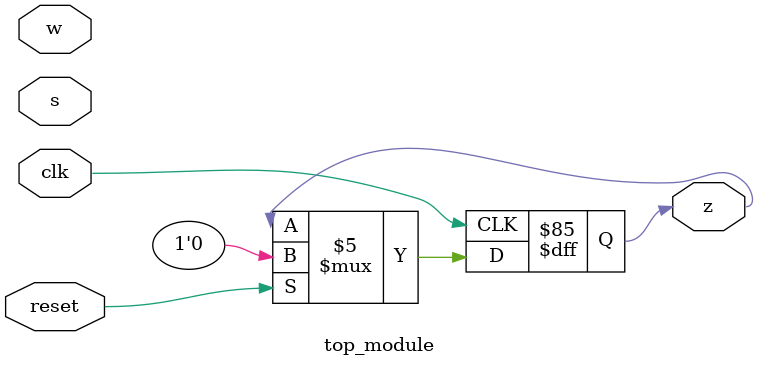
<source format=sv>
module top_module (
    input clk,
    input reset,
    input s,
    input w,
    output reg z
);

	reg [3:0] state, next_state;

	parameter A = 0;
	parameter B = 1;
	parameter C = 2;
	parameter S10 = 3;
	parameter S11 = 4;
	parameter S20 = 5;
	parameter S21 = 6;
	parameter S22 = 7;

	always @(posedge clk or posedge reset) begin
		if (reset) begin
			state <= A;
		end else begin
			state <= next_state;
		end
	end

	always @(state or s or w) begin
		case (state)
			A: begin
				if (s) begin
					next_state = B;
				end else begin
					next_state = A;
				end
			end
			B: begin
				if (w) begin
					next_state = S11;
				end else begin
					next_state = S10;
				end
			end
			C: begin
				if (w) begin
					next_state = S11;
				end else begin
					next_state = S10;
				end
			end
			S10: begin
				if (w) begin
					next_state = S21;
				end else begin
					next_state = S20;
				end
			end
			S11: begin
				if (w) begin
					next_state = S22;
				end else begin
					next_state = S21;
				end
			end
			S20: begin
				next_state = B;
			end
			S21: begin
				if (w) begin
					next_state = C;
				end else begin
					next_state = B;
				end
			end
			S22: begin
				if (w) begin
					next_state = B;
				end else begin
					next_state = C;
				end
			end
			default: next_state = A;
		endcase
	end

	always @(posedge clk) begin
		case (state)
			A: begin
				// Add your code here for state A
			end
			B: begin
				// Add your code here for state B
			end
			C: begin
				// Add your code here for state C
			end
			S10: begin
				// Add your code here for state S10
			end
			S11: begin
				// Add your code here for state S11
			end
			S20: begin
				// Add your code here for state S20
			end
			S21: begin
				// Add your code here for state S21
			end
			S22: begin
				// Add your code here for state S22
			end
			default: begin
				// Add your code here for default state
			end
		endcase
	end

	always @(posedge clk) begin
		if (reset) begin
			z <= 0;
		end else begin
			case (state)
				A: begin
					// Add your code here for state A output
				end
				B: begin
					// Add your code here for state B output
				end
				C: begin
					// Add your code here for state C output
				end
				S10: begin
					// Add your code here for state S10 output
				end
				S11: begin
					// Add your code here for state S11 output
				end
				S20: begin
					// Add your code here for state S20 output
				end
				S21: begin
					// Add your code here for state S21 output
				end
				S22: begin
					// Add your code here for state S22 output
				end
				default: begin
					// Add your code here for default state output
				end
			endcase
		end
	end

endmodule

</source>
